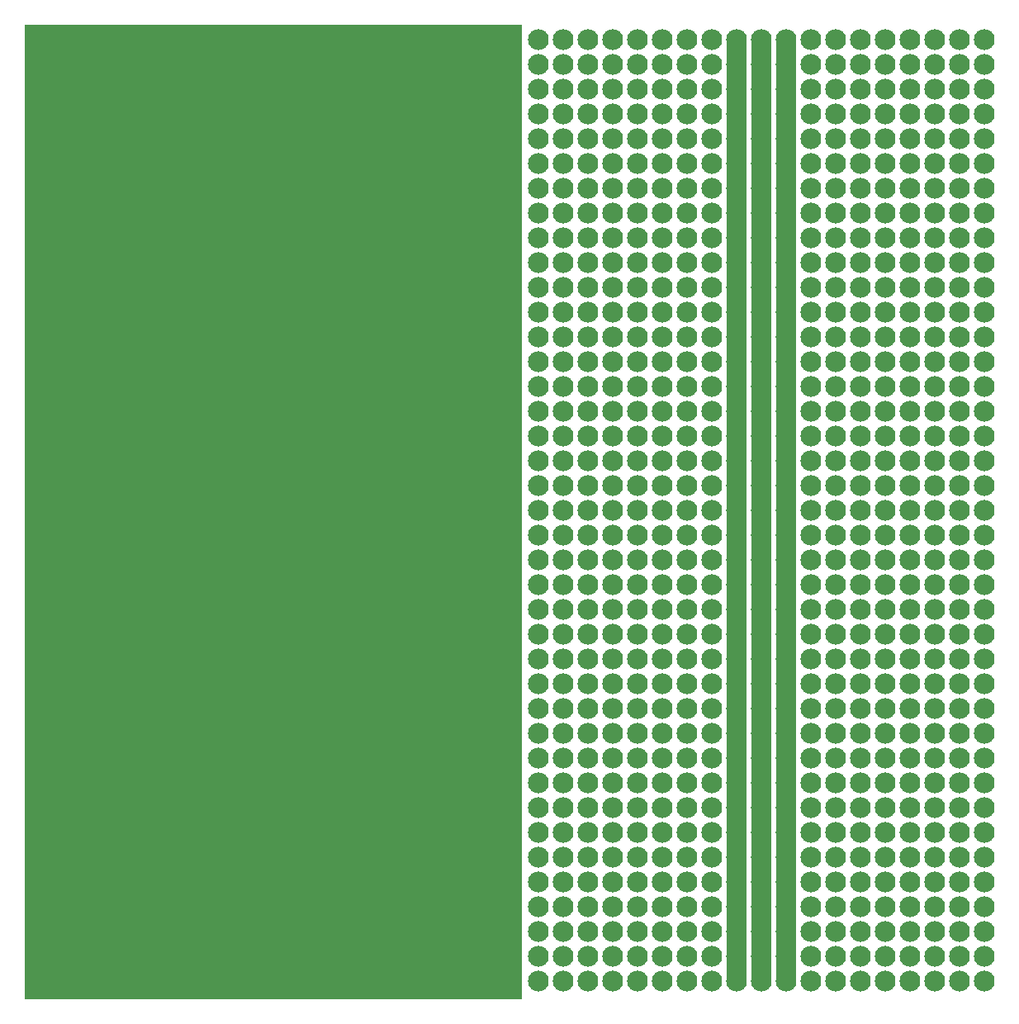
<source format=gbs>
G75*
%MOIN*%
%OFA0B0*%
%FSLAX24Y24*%
%IPPOS*%
%LPD*%
%AMOC8*
5,1,8,0,0,1.08239X$1,22.5*
%
%ADD10R,2.0079X3.9370*%
%ADD11R,0.0846X3.8051*%
%ADD12C,0.0840*%
D10*
X010199Y019845D03*
D11*
X028910Y019914D03*
X029910Y019914D03*
X030910Y019914D03*
D12*
X030910Y019910D03*
X030910Y020910D03*
X029910Y020910D03*
X029910Y019910D03*
X029910Y018910D03*
X029910Y017910D03*
X030910Y017910D03*
X030910Y018910D03*
X031910Y018910D03*
X031910Y017910D03*
X032910Y017910D03*
X032910Y018910D03*
X032910Y019910D03*
X032910Y020910D03*
X031910Y020910D03*
X031910Y019910D03*
X031910Y021910D03*
X031910Y022910D03*
X032910Y022910D03*
X032910Y021910D03*
X033910Y021910D03*
X033910Y022910D03*
X034910Y022910D03*
X034910Y021910D03*
X034910Y020910D03*
X034910Y019910D03*
X033910Y019910D03*
X033910Y020910D03*
X033910Y018910D03*
X033910Y017910D03*
X034910Y017910D03*
X034910Y018910D03*
X035910Y018910D03*
X035910Y017910D03*
X036910Y017910D03*
X036910Y018910D03*
X036910Y019910D03*
X036910Y020910D03*
X035910Y020910D03*
X035910Y019910D03*
X035910Y021910D03*
X035910Y022910D03*
X036910Y022910D03*
X036910Y021910D03*
X037910Y021910D03*
X037910Y022910D03*
X037910Y023910D03*
X037910Y024910D03*
X037910Y025910D03*
X037910Y026910D03*
X037910Y027910D03*
X037910Y028910D03*
X037910Y029910D03*
X037910Y030910D03*
X037910Y031910D03*
X037910Y032910D03*
X037910Y033910D03*
X037910Y034910D03*
X037910Y035910D03*
X037910Y036910D03*
X037910Y037910D03*
X037910Y038910D03*
X036910Y038910D03*
X035910Y038910D03*
X035910Y037910D03*
X036910Y037910D03*
X036910Y036910D03*
X036910Y035910D03*
X035910Y035910D03*
X035910Y036910D03*
X034910Y036910D03*
X034910Y035910D03*
X033910Y035910D03*
X033910Y036910D03*
X033910Y037910D03*
X034910Y037910D03*
X034910Y038910D03*
X033910Y038910D03*
X032910Y038910D03*
X031910Y038910D03*
X031910Y037910D03*
X032910Y037910D03*
X032910Y036910D03*
X032910Y035910D03*
X031910Y035910D03*
X031910Y036910D03*
X030910Y036910D03*
X030910Y035910D03*
X029910Y035910D03*
X029910Y036910D03*
X029910Y037910D03*
X030910Y037910D03*
X030910Y038910D03*
X029910Y038910D03*
X028910Y038910D03*
X027910Y038910D03*
X027910Y037910D03*
X028910Y037910D03*
X028910Y036910D03*
X028910Y035910D03*
X027910Y035910D03*
X027910Y036910D03*
X026910Y036910D03*
X026910Y035910D03*
X025910Y035910D03*
X025910Y036910D03*
X025910Y037910D03*
X026910Y037910D03*
X026910Y038910D03*
X025910Y038910D03*
X024910Y038910D03*
X023910Y038910D03*
X023910Y037910D03*
X024910Y037910D03*
X024910Y036910D03*
X024910Y035910D03*
X023910Y035910D03*
X023910Y036910D03*
X022910Y036910D03*
X022910Y035910D03*
X021910Y035910D03*
X021910Y036910D03*
X021910Y037910D03*
X022910Y037910D03*
X022910Y038910D03*
X021910Y038910D03*
X020910Y038910D03*
X020910Y037910D03*
X020910Y036910D03*
X020910Y035910D03*
X020910Y034910D03*
X020910Y033910D03*
X020910Y032910D03*
X020910Y031910D03*
X020910Y030910D03*
X020910Y029910D03*
X020910Y028910D03*
X020910Y027910D03*
X020910Y026910D03*
X020910Y025910D03*
X020910Y024910D03*
X020910Y023910D03*
X020910Y022910D03*
X020910Y021910D03*
X020910Y020910D03*
X020910Y019910D03*
X020910Y018910D03*
X020910Y017910D03*
X020910Y016910D03*
X020910Y015910D03*
X020910Y014910D03*
X020910Y013910D03*
X020910Y012910D03*
X020910Y011910D03*
X020910Y010910D03*
X020910Y009910D03*
X020910Y008910D03*
X020910Y007910D03*
X020910Y006910D03*
X020910Y005910D03*
X020910Y004910D03*
X020910Y003910D03*
X020910Y002910D03*
X020910Y001910D03*
X020910Y000910D03*
X021910Y000910D03*
X021910Y001910D03*
X022910Y001910D03*
X022910Y000910D03*
X023910Y000910D03*
X023910Y001910D03*
X024910Y001910D03*
X024910Y000910D03*
X025910Y000910D03*
X025910Y001910D03*
X026910Y001910D03*
X026910Y000910D03*
X027910Y000910D03*
X027910Y001910D03*
X028910Y001910D03*
X028910Y000910D03*
X029910Y000910D03*
X029910Y001910D03*
X030910Y001910D03*
X030910Y000910D03*
X031910Y000910D03*
X031910Y001910D03*
X032910Y001910D03*
X032910Y000910D03*
X033910Y000910D03*
X033910Y001910D03*
X034910Y001910D03*
X034910Y000910D03*
X035910Y000910D03*
X035910Y001910D03*
X036910Y001910D03*
X036910Y000910D03*
X037910Y000910D03*
X037910Y001910D03*
X037910Y002910D03*
X037910Y003910D03*
X037910Y004910D03*
X037910Y005910D03*
X037910Y006910D03*
X037910Y007910D03*
X037910Y008910D03*
X037910Y009910D03*
X037910Y010910D03*
X037910Y011910D03*
X037910Y012910D03*
X037910Y013910D03*
X037910Y014910D03*
X037910Y015910D03*
X037910Y016910D03*
X037910Y017910D03*
X037910Y018910D03*
X037910Y019910D03*
X037910Y020910D03*
X038910Y020910D03*
X038910Y019910D03*
X038910Y018910D03*
X038910Y017910D03*
X038910Y016910D03*
X038910Y015910D03*
X038910Y014910D03*
X038910Y013910D03*
X038910Y012910D03*
X038910Y011910D03*
X038910Y010910D03*
X038910Y009910D03*
X038910Y008910D03*
X038910Y007910D03*
X038910Y006910D03*
X038910Y005910D03*
X038910Y004910D03*
X038910Y003910D03*
X038910Y002910D03*
X038910Y001910D03*
X038910Y000910D03*
X036910Y002910D03*
X036910Y003910D03*
X035910Y003910D03*
X035910Y002910D03*
X034910Y002910D03*
X034910Y003910D03*
X033910Y003910D03*
X033910Y002910D03*
X032910Y002910D03*
X032910Y003910D03*
X031910Y003910D03*
X031910Y002910D03*
X030910Y002910D03*
X030910Y003910D03*
X029910Y003910D03*
X029910Y002910D03*
X028910Y002910D03*
X028910Y003910D03*
X027910Y003910D03*
X027910Y002910D03*
X026910Y002910D03*
X026910Y003910D03*
X025910Y003910D03*
X025910Y002910D03*
X024910Y002910D03*
X024910Y003910D03*
X023910Y003910D03*
X023910Y002910D03*
X022910Y002910D03*
X022910Y003910D03*
X021910Y003910D03*
X021910Y002910D03*
X021910Y004910D03*
X021910Y005910D03*
X022910Y005910D03*
X022910Y004910D03*
X023910Y004910D03*
X023910Y005910D03*
X024910Y005910D03*
X024910Y004910D03*
X025910Y004910D03*
X025910Y005910D03*
X026910Y005910D03*
X026910Y004910D03*
X027910Y004910D03*
X027910Y005910D03*
X028910Y005910D03*
X028910Y004910D03*
X029910Y004910D03*
X029910Y005910D03*
X030910Y005910D03*
X030910Y004910D03*
X031910Y004910D03*
X031910Y005910D03*
X032910Y005910D03*
X032910Y004910D03*
X033910Y004910D03*
X033910Y005910D03*
X034910Y005910D03*
X034910Y004910D03*
X035910Y004910D03*
X035910Y005910D03*
X036910Y005910D03*
X036910Y004910D03*
X036910Y006910D03*
X036910Y007910D03*
X035910Y007910D03*
X035910Y006910D03*
X034910Y006910D03*
X034910Y007910D03*
X033910Y007910D03*
X033910Y006910D03*
X032910Y006910D03*
X032910Y007910D03*
X031910Y007910D03*
X031910Y006910D03*
X030910Y006910D03*
X030910Y007910D03*
X029910Y007910D03*
X029910Y006910D03*
X028910Y006910D03*
X028910Y007910D03*
X027910Y007910D03*
X027910Y006910D03*
X026910Y006910D03*
X026910Y007910D03*
X025910Y007910D03*
X025910Y006910D03*
X024910Y006910D03*
X024910Y007910D03*
X023910Y007910D03*
X023910Y006910D03*
X022910Y006910D03*
X022910Y007910D03*
X021910Y007910D03*
X021910Y006910D03*
X021910Y008910D03*
X021910Y009910D03*
X022910Y009910D03*
X022910Y008910D03*
X023910Y008910D03*
X023910Y009910D03*
X024910Y009910D03*
X024910Y008910D03*
X025910Y008910D03*
X025910Y009910D03*
X026910Y009910D03*
X026910Y008910D03*
X027910Y008910D03*
X027910Y009910D03*
X028910Y009910D03*
X028910Y008910D03*
X029910Y008910D03*
X029910Y009910D03*
X030910Y009910D03*
X030910Y008910D03*
X031910Y008910D03*
X031910Y009910D03*
X032910Y009910D03*
X032910Y008910D03*
X033910Y008910D03*
X033910Y009910D03*
X034910Y009910D03*
X034910Y008910D03*
X035910Y008910D03*
X035910Y009910D03*
X036910Y009910D03*
X036910Y008910D03*
X036910Y010910D03*
X035910Y010910D03*
X035910Y011910D03*
X035910Y012910D03*
X036910Y012910D03*
X036910Y011910D03*
X036910Y013910D03*
X036910Y014910D03*
X035910Y014910D03*
X035910Y013910D03*
X034910Y013910D03*
X034910Y014910D03*
X033910Y014910D03*
X033910Y013910D03*
X033910Y012910D03*
X033910Y011910D03*
X034910Y011910D03*
X034910Y012910D03*
X034910Y010910D03*
X033910Y010910D03*
X032910Y010910D03*
X031910Y010910D03*
X031910Y011910D03*
X031910Y012910D03*
X032910Y012910D03*
X032910Y011910D03*
X032910Y013910D03*
X032910Y014910D03*
X031910Y014910D03*
X031910Y013910D03*
X030910Y013910D03*
X030910Y014910D03*
X029910Y014910D03*
X029910Y013910D03*
X029910Y012910D03*
X029910Y011910D03*
X030910Y011910D03*
X030910Y012910D03*
X030910Y010910D03*
X029910Y010910D03*
X028910Y010910D03*
X027910Y010910D03*
X027910Y011910D03*
X027910Y012910D03*
X028910Y012910D03*
X028910Y011910D03*
X028910Y013910D03*
X028910Y014910D03*
X027910Y014910D03*
X027910Y013910D03*
X026910Y013910D03*
X026910Y014910D03*
X025910Y014910D03*
X025910Y013910D03*
X025910Y012910D03*
X025910Y011910D03*
X026910Y011910D03*
X026910Y012910D03*
X026910Y010910D03*
X025910Y010910D03*
X024910Y010910D03*
X023910Y010910D03*
X023910Y011910D03*
X023910Y012910D03*
X024910Y012910D03*
X024910Y011910D03*
X024910Y013910D03*
X024910Y014910D03*
X023910Y014910D03*
X023910Y013910D03*
X022910Y013910D03*
X022910Y014910D03*
X021910Y014910D03*
X021910Y013910D03*
X021910Y012910D03*
X021910Y011910D03*
X022910Y011910D03*
X022910Y012910D03*
X022910Y010910D03*
X021910Y010910D03*
X021910Y015910D03*
X021910Y016910D03*
X022910Y016910D03*
X022910Y015910D03*
X023910Y015910D03*
X023910Y016910D03*
X024910Y016910D03*
X024910Y015910D03*
X025910Y015910D03*
X025910Y016910D03*
X026910Y016910D03*
X026910Y015910D03*
X027910Y015910D03*
X027910Y016910D03*
X028910Y016910D03*
X028910Y015910D03*
X029910Y015910D03*
X029910Y016910D03*
X030910Y016910D03*
X030910Y015910D03*
X031910Y015910D03*
X031910Y016910D03*
X032910Y016910D03*
X032910Y015910D03*
X033910Y015910D03*
X033910Y016910D03*
X034910Y016910D03*
X034910Y015910D03*
X035910Y015910D03*
X035910Y016910D03*
X036910Y016910D03*
X036910Y015910D03*
X038910Y021910D03*
X038910Y022910D03*
X038910Y023910D03*
X038910Y024910D03*
X038910Y025910D03*
X038910Y026910D03*
X038910Y027910D03*
X038910Y028910D03*
X038910Y029910D03*
X038910Y030910D03*
X038910Y031910D03*
X038910Y032910D03*
X038910Y033910D03*
X038910Y034910D03*
X038910Y035910D03*
X038910Y036910D03*
X038910Y037910D03*
X038910Y038910D03*
X036910Y034910D03*
X036910Y033910D03*
X035910Y033910D03*
X035910Y034910D03*
X034910Y034910D03*
X034910Y033910D03*
X033910Y033910D03*
X033910Y034910D03*
X032910Y034910D03*
X032910Y033910D03*
X031910Y033910D03*
X031910Y034910D03*
X030910Y034910D03*
X030910Y033910D03*
X029910Y033910D03*
X029910Y034910D03*
X028910Y034910D03*
X028910Y033910D03*
X027910Y033910D03*
X027910Y034910D03*
X026910Y034910D03*
X026910Y033910D03*
X025910Y033910D03*
X025910Y034910D03*
X024910Y034910D03*
X024910Y033910D03*
X023910Y033910D03*
X023910Y034910D03*
X022910Y034910D03*
X022910Y033910D03*
X021910Y033910D03*
X021910Y034910D03*
X021910Y032910D03*
X021910Y031910D03*
X022910Y031910D03*
X022910Y032910D03*
X023910Y032910D03*
X023910Y031910D03*
X024910Y031910D03*
X024910Y032910D03*
X025910Y032910D03*
X025910Y031910D03*
X026910Y031910D03*
X026910Y032910D03*
X027910Y032910D03*
X027910Y031910D03*
X028910Y031910D03*
X028910Y032910D03*
X029910Y032910D03*
X029910Y031910D03*
X030910Y031910D03*
X030910Y032910D03*
X031910Y032910D03*
X031910Y031910D03*
X032910Y031910D03*
X032910Y032910D03*
X033910Y032910D03*
X033910Y031910D03*
X034910Y031910D03*
X034910Y032910D03*
X035910Y032910D03*
X035910Y031910D03*
X036910Y031910D03*
X036910Y032910D03*
X036910Y030910D03*
X036910Y029910D03*
X035910Y029910D03*
X035910Y030910D03*
X034910Y030910D03*
X034910Y029910D03*
X033910Y029910D03*
X033910Y030910D03*
X032910Y030910D03*
X032910Y029910D03*
X031910Y029910D03*
X031910Y030910D03*
X030910Y030910D03*
X030910Y029910D03*
X029910Y029910D03*
X029910Y030910D03*
X028910Y030910D03*
X028910Y029910D03*
X027910Y029910D03*
X027910Y030910D03*
X026910Y030910D03*
X026910Y029910D03*
X025910Y029910D03*
X025910Y030910D03*
X024910Y030910D03*
X024910Y029910D03*
X023910Y029910D03*
X023910Y030910D03*
X022910Y030910D03*
X022910Y029910D03*
X021910Y029910D03*
X021910Y030910D03*
X021910Y028910D03*
X021910Y027910D03*
X022910Y027910D03*
X022910Y028910D03*
X023910Y028910D03*
X023910Y027910D03*
X024910Y027910D03*
X024910Y028910D03*
X025910Y028910D03*
X025910Y027910D03*
X026910Y027910D03*
X026910Y028910D03*
X027910Y028910D03*
X027910Y027910D03*
X028910Y027910D03*
X028910Y028910D03*
X029910Y028910D03*
X029910Y027910D03*
X030910Y027910D03*
X030910Y028910D03*
X031910Y028910D03*
X031910Y027910D03*
X032910Y027910D03*
X032910Y028910D03*
X033910Y028910D03*
X033910Y027910D03*
X034910Y027910D03*
X034910Y028910D03*
X035910Y028910D03*
X035910Y027910D03*
X036910Y027910D03*
X036910Y028910D03*
X036910Y026910D03*
X036910Y025910D03*
X035910Y025910D03*
X035910Y026910D03*
X034910Y026910D03*
X034910Y025910D03*
X033910Y025910D03*
X033910Y026910D03*
X032910Y026910D03*
X032910Y025910D03*
X031910Y025910D03*
X031910Y026910D03*
X030910Y026910D03*
X030910Y025910D03*
X029910Y025910D03*
X029910Y026910D03*
X028910Y026910D03*
X028910Y025910D03*
X027910Y025910D03*
X027910Y026910D03*
X026910Y026910D03*
X026910Y025910D03*
X025910Y025910D03*
X025910Y026910D03*
X024910Y026910D03*
X024910Y025910D03*
X023910Y025910D03*
X023910Y026910D03*
X022910Y026910D03*
X022910Y025910D03*
X021910Y025910D03*
X021910Y026910D03*
X021910Y024910D03*
X021910Y023910D03*
X022910Y023910D03*
X022910Y024910D03*
X023910Y024910D03*
X023910Y023910D03*
X024910Y023910D03*
X024910Y024910D03*
X025910Y024910D03*
X025910Y023910D03*
X026910Y023910D03*
X026910Y024910D03*
X027910Y024910D03*
X027910Y023910D03*
X028910Y023910D03*
X028910Y024910D03*
X029910Y024910D03*
X029910Y023910D03*
X030910Y023910D03*
X030910Y024910D03*
X031910Y024910D03*
X031910Y023910D03*
X032910Y023910D03*
X032910Y024910D03*
X033910Y024910D03*
X033910Y023910D03*
X034910Y023910D03*
X034910Y024910D03*
X035910Y024910D03*
X035910Y023910D03*
X036910Y023910D03*
X036910Y024910D03*
X030910Y022910D03*
X030910Y021910D03*
X029910Y021910D03*
X029910Y022910D03*
X028910Y022910D03*
X028910Y021910D03*
X027910Y021910D03*
X027910Y022910D03*
X026910Y022910D03*
X026910Y021910D03*
X025910Y021910D03*
X025910Y022910D03*
X024910Y022910D03*
X024910Y021910D03*
X023910Y021910D03*
X023910Y022910D03*
X022910Y022910D03*
X022910Y021910D03*
X021910Y021910D03*
X021910Y022910D03*
X021910Y020910D03*
X021910Y019910D03*
X022910Y019910D03*
X022910Y020910D03*
X023910Y020910D03*
X023910Y019910D03*
X024910Y019910D03*
X024910Y020910D03*
X025910Y020910D03*
X025910Y019910D03*
X026910Y019910D03*
X026910Y020910D03*
X027910Y020910D03*
X027910Y019910D03*
X028910Y019910D03*
X028910Y020910D03*
X028910Y018910D03*
X028910Y017910D03*
X027910Y017910D03*
X027910Y018910D03*
X026910Y018910D03*
X026910Y017910D03*
X025910Y017910D03*
X025910Y018910D03*
X024910Y018910D03*
X024910Y017910D03*
X023910Y017910D03*
X023910Y018910D03*
X022910Y018910D03*
X022910Y017910D03*
X021910Y017910D03*
X021910Y018910D03*
M02*

</source>
